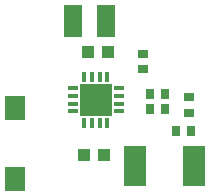
<source format=gbr>
G04 EAGLE Gerber RS-274X export*
G75*
%MOMM*%
%FSLAX34Y34*%
%LPD*%
%INSolderpaste Top*%
%IPPOS*%
%AMOC8*
5,1,8,0,0,1.08239X$1,22.5*%
G01*
%ADD10R,1.100000X1.000000*%
%ADD11R,1.900000X3.400000*%
%ADD12R,0.850000X0.350000*%
%ADD13R,0.350000X0.850000*%
%ADD14R,2.700000X2.700000*%
%ADD15R,1.700000X2.000000*%
%ADD16R,1.600000X2.700000*%
%ADD17R,0.900000X0.700000*%
%ADD18R,0.700000X0.900000*%


D10*
X348752Y360232D03*
X365752Y360232D03*
D11*
X438524Y264118D03*
X388524Y264118D03*
D12*
X335750Y329750D03*
X335750Y323250D03*
X335750Y316750D03*
X335750Y310250D03*
D13*
X345750Y300250D03*
X352250Y300250D03*
X358750Y300250D03*
X365250Y300250D03*
D12*
X375250Y310250D03*
X375250Y316750D03*
X375250Y323250D03*
X375250Y329750D03*
D13*
X365250Y339750D03*
X358750Y339750D03*
X352250Y339750D03*
X345750Y339750D03*
D14*
X355500Y320000D03*
D10*
X362000Y273000D03*
X345000Y273000D03*
D15*
X287008Y253476D03*
X287008Y313476D03*
D16*
X336020Y387048D03*
X364020Y387048D03*
D17*
X434582Y322266D03*
X434582Y309266D03*
D18*
X435970Y293324D03*
X422970Y293324D03*
D17*
X395706Y345842D03*
X395706Y358842D03*
D18*
X401318Y312578D03*
X414318Y312578D03*
X401318Y325248D03*
X414318Y325248D03*
M02*

</source>
